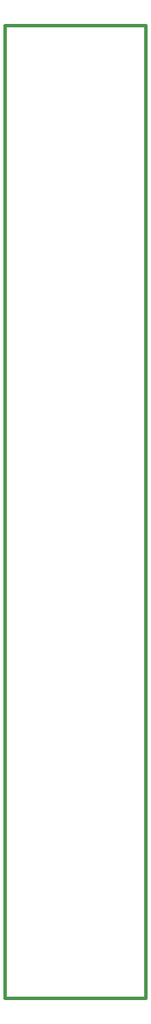
<source format=gko>
G04 Output by ViewMate Deluxe V11.6.18  PentaLogix*
G04 Tue Aug 09 15:15:03 2016*
%FSLAX35Y35*%
%MOIN*%
%IPPOS*%
%ADD150C,0.012*%

%LPD*%
X0Y0D2*D150*G1X600Y380200D2*Y600D1*X55600*Y380200*X600*X0Y0D2*M02*
</source>
